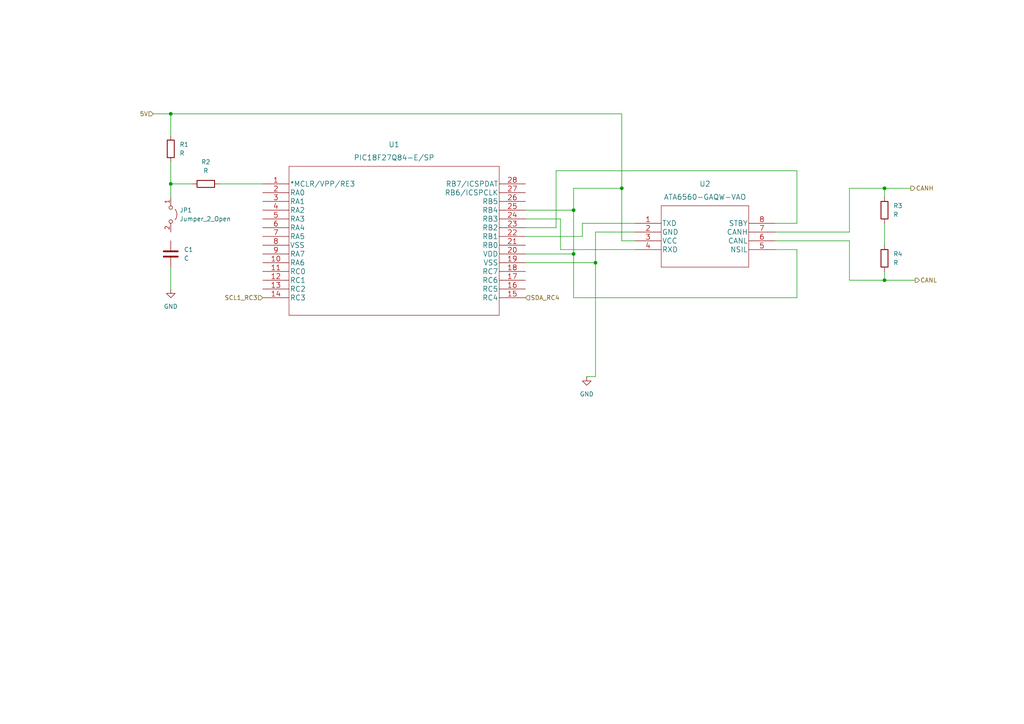
<source format=kicad_sch>
(kicad_sch (version 20211123) (generator eeschema)
  (paper "A4")
  (lib_symbols
    (symbol "ATA6560-GAQW-VAO:ATA6560-GAQW-VAO" (pin_names (offset 0.254))
      (property "Reference" "U" (at 20.32 10.16 0))
      (property "Value" "ATA6560-GAQW-VAO" (at 20.32 7.62 0))
      (symbol "ATA6560-GAQW-VAO_1_1"
        (polyline (pts (xy 7.62 -12.7) (xy 33.02 -12.7)) (stroke (width 0.127)))
        (polyline (pts (xy 7.62 5.08) (xy 7.62 -12.7)) (stroke (width 0.127)))
        (polyline (pts (xy 33.02 -12.7) (xy 33.02 5.08)) (stroke (width 0.127)))
        (polyline (pts (xy 33.02 5.08) (xy 7.62 5.08)) (stroke (width 0.127)))
        (pin input line (at 0 0 0) (length 7.62) (name "TXD") (number "1"))
        (pin power_in line (at 0 -2.54 0) (length 7.62) (name "GND") (number "2"))
        (pin power_in line (at 0 -5.08 0) (length 7.62) (name "VCC") (number "3"))
        (pin output line (at 0 -7.62 0) (length 7.62) (name "RXD") (number "4"))
        (pin input line (at 40.64 -7.62 180) (length 7.62) (name "NSIL") (number "5"))
        (pin bidirectional line (at 40.64 -5.08 180) (length 7.62) (name "CANL") (number "6"))
        (pin bidirectional line (at 40.64 -2.54 180) (length 7.62) (name "CANH") (number "7"))
        (pin input line (at 40.64 0 180) (length 7.62) (name "STBY") (number "8"))
      )
    )
    (symbol "Device:C" (pin_numbers hide) (pin_names (offset 0.254))
      (property "Reference" "C" (at 0.635 2.54 0))
      (property "Value" "C" (at 0.635 -2.54 0))
      (symbol "C_0_1"
        (polyline (pts (xy -2.032 -0.762) (xy 2.032 -0.762)) (stroke (width 0.508)))
        (polyline (pts (xy -2.032 0.762) (xy 2.032 0.762)) (stroke (width 0.508)))
      )
      (symbol "C_1_1"
        (pin passive line (at 0 3.81 270) (length 2.794) (name "~") (number "1"))
        (pin passive line (at 0 -3.81 90) (length 2.794) (name "~") (number "2"))
      )
    )
    (symbol "Device:R" (pin_numbers hide) (pin_names (offset 0))
      (property "Reference" "R" (at 2.032 0 90))
      (property "Value" "R" (at 0 0 90))
      (symbol "R_0_1"
        (rectangle (start -1.016 -2.54) (end 1.016 2.54) (stroke (width 0.254)))
      )
      (symbol "R_1_1"
        (pin passive line (at 0 3.81 270) (length 1.27) (name "~") (number "1"))
        (pin passive line (at 0 -3.81 90) (length 1.27) (name "~") (number "2"))
      )
    )
    (symbol "Jumper:Jumper_2_Open" (pin_names (offset 0) hide)
      (property "Reference" "JP" (at 0 2.794 0))
      (property "Value" "Jumper_2_Open" (at 0 -2.286 0))
      (symbol "Jumper_2_Open_0_0"
        (circle (center -2.032 0) (radius 0.508))
        (circle (center 2.032 0) (radius 0.508))
      )
      (symbol "Jumper_2_Open_0_1"
        (arc (start 1.524 1.27) (mid 0 1.778) (end -1.524 1.27))
      )
      (symbol "Jumper_2_Open_1_1"
        (pin passive line (at -5.08 0 0) (length 2.54) (name "A") (number "1"))
        (pin passive line (at 5.08 0 180) (length 2.54) (name "B") (number "2"))
      )
    )
    (symbol "PIC18F27Q84-E-SP:PIC18F27Q84-E{slash}SP" (pin_names (offset 0.254))
      (property "Reference" "U" (at 38.1 10.16 0))
      (property "Value" "PIC18F27Q84-E{slash}SP" (at 38.1 7.62 0))
      (symbol "PIC18F27Q84-E{slash}SP_1_1"
        (polyline (pts (xy 7.62 -38.1) (xy 68.58 -38.1)) (stroke (width 0.127)))
        (polyline (pts (xy 7.62 5.08) (xy 7.62 -38.1)) (stroke (width 0.127)))
        (polyline (pts (xy 68.58 -38.1) (xy 68.58 5.08)) (stroke (width 0.127)))
        (polyline (pts (xy 68.58 5.08) (xy 7.62 5.08)) (stroke (width 0.127)))
        (pin bidirectional line (at 0 0 0) (length 7.62) (name "*MCLR/VPP/RE3") (number "1"))
        (pin bidirectional line (at 0 -22.86 0) (length 7.62) (name "RA6") (number "10"))
        (pin bidirectional line (at 0 -25.4 0) (length 7.62) (name "RC0") (number "11"))
        (pin bidirectional line (at 0 -27.94 0) (length 7.62) (name "RC1") (number "12"))
        (pin bidirectional line (at 0 -30.48 0) (length 7.62) (name "RC2") (number "13"))
        (pin bidirectional line (at 0 -33.02 0) (length 7.62) (name "RC3") (number "14"))
        (pin bidirectional line (at 76.2 -33.02 180) (length 7.62) (name "RC4") (number "15"))
        (pin bidirectional line (at 76.2 -30.48 180) (length 7.62) (name "RC5") (number "16"))
        (pin bidirectional line (at 76.2 -27.94 180) (length 7.62) (name "RC6") (number "17"))
        (pin bidirectional line (at 76.2 -25.4 180) (length 7.62) (name "RC7") (number "18"))
        (pin power_in line (at 76.2 -22.86 180) (length 7.62) (name "VSS") (number "19"))
        (pin bidirectional line (at 0 -2.54 0) (length 7.62) (name "RA0") (number "2"))
        (pin power_in line (at 76.2 -20.32 180) (length 7.62) (name "VDD") (number "20"))
        (pin bidirectional line (at 76.2 -17.78 180) (length 7.62) (name "RB0") (number "21"))
        (pin bidirectional line (at 76.2 -15.24 180) (length 7.62) (name "RB1") (number "22"))
        (pin bidirectional line (at 76.2 -12.7 180) (length 7.62) (name "RB2") (number "23"))
        (pin bidirectional line (at 76.2 -10.16 180) (length 7.62) (name "RB3") (number "24"))
        (pin bidirectional line (at 76.2 -7.62 180) (length 7.62) (name "RB4") (number "25"))
        (pin bidirectional line (at 76.2 -5.08 180) (length 7.62) (name "RB5") (number "26"))
        (pin bidirectional line (at 76.2 -2.54 180) (length 7.62) (name "RB6/ICSPCLK") (number "27"))
        (pin bidirectional line (at 76.2 0 180) (length 7.62) (name "RB7/ICSPDAT") (number "28"))
        (pin bidirectional line (at 0 -5.08 0) (length 7.62) (name "RA1") (number "3"))
        (pin bidirectional line (at 0 -7.62 0) (length 7.62) (name "RA2") (number "4"))
        (pin bidirectional line (at 0 -10.16 0) (length 7.62) (name "RA3") (number "5"))
        (pin bidirectional line (at 0 -12.7 0) (length 7.62) (name "RA4") (number "6"))
        (pin bidirectional line (at 0 -15.24 0) (length 7.62) (name "RA5") (number "7"))
        (pin power_in line (at 0 -17.78 0) (length 7.62) (name "VSS") (number "8"))
        (pin bidirectional line (at 0 -20.32 0) (length 7.62) (name "RA7") (number "9"))
      )
    )
    (symbol "power:GND" (power) (pin_names (offset 0))
      (property "Value" "GND" (at 0 -3.81 0))
      (symbol "GND_0_1"
        (polyline (pts (xy 0 0) (xy 0 -1.27) (xy 1.27 -1.27) (xy 0 -2.54) (xy -1.27 -1.27) (xy 0 -1.27)))
      )
      (symbol "GND_1_1"
        (pin power_in line (at 0 0 270) (length 0) hide (name "GND") (number "1"))
      )
    )
  )
  (junction (at 166.37 73.66))
  (junction (at 256.54 54.61))
  (junction (at 172.72 76.2))
  (junction (at 49.53 33.02))
  (junction (at 180.34 54.61))
  (junction (at 256.54 81.28))
  (junction (at 49.53 53.34))
  (junction (at 166.37 60.96))
  (wire (pts (xy 172.72 109.22) (xy 170.18 109.22)))
  (wire (pts (xy 152.4 76.2) (xy 172.72 76.2)))
  (wire (pts (xy 49.53 53.34) (xy 55.88 53.34)))
  (wire (pts (xy 162.56 63.5) (xy 162.56 72.39)))
  (wire (pts (xy 246.38 81.28) (xy 256.54 81.28)))
  (wire (pts (xy 172.72 76.2) (xy 172.72 109.22)))
  (wire (pts (xy 49.53 33.02) (xy 180.34 33.02)))
  (wire (pts (xy 180.34 33.02) (xy 180.34 54.61)))
  (wire (pts (xy 152.4 63.5) (xy 162.56 63.5)))
  (wire (pts (xy 231.14 49.53) (xy 231.14 64.77)))
  (wire (pts (xy 49.53 46.99) (xy 49.53 53.34)))
  (wire (pts (xy 166.37 54.61) (xy 180.34 54.61)))
  (wire (pts (xy 256.54 64.77) (xy 256.54 71.12)))
  (wire (pts (xy 168.91 64.77) (xy 184.15 64.77)))
  (wire (pts (xy 246.38 69.85) (xy 246.38 81.28)))
  (wire (pts (xy 168.91 68.58) (xy 168.91 64.77)))
  (wire (pts (xy 63.5 53.34) (xy 76.2 53.34)))
  (wire (pts (xy 256.54 81.28) (xy 265.43 81.28)))
  (wire (pts (xy 180.34 54.61) (xy 180.34 69.85)))
  (wire (pts (xy 49.53 53.34) (xy 49.53 57.15)))
  (wire (pts (xy 166.37 54.61) (xy 166.37 60.96)))
  (wire (pts (xy 166.37 60.96) (xy 166.37 73.66)))
  (wire (pts (xy 231.14 86.36) (xy 231.14 72.39)))
  (wire (pts (xy 152.4 73.66) (xy 166.37 73.66)))
  (wire (pts (xy 246.38 69.85) (xy 224.79 69.85)))
  (wire (pts (xy 49.53 33.02) (xy 49.53 39.37)))
  (wire (pts (xy 49.53 77.47) (xy 49.53 83.82)))
  (wire (pts (xy 231.14 64.77) (xy 224.79 64.77)))
  (wire (pts (xy 152.4 60.96) (xy 166.37 60.96)))
  (wire (pts (xy 152.4 66.04) (xy 161.29 66.04)))
  (wire (pts (xy 224.79 67.31) (xy 246.38 67.31)))
  (wire (pts (xy 231.14 72.39) (xy 224.79 72.39)))
  (wire (pts (xy 184.15 69.85) (xy 180.34 69.85)))
  (wire (pts (xy 161.29 66.04) (xy 161.29 49.53)))
  (wire (pts (xy 166.37 73.66) (xy 166.37 86.36)))
  (wire (pts (xy 162.56 72.39) (xy 184.15 72.39)))
  (wire (pts (xy 246.38 54.61) (xy 256.54 54.61)))
  (wire (pts (xy 184.15 67.31) (xy 172.72 67.31)))
  (wire (pts (xy 161.29 49.53) (xy 231.14 49.53)))
  (wire (pts (xy 172.72 67.31) (xy 172.72 76.2)))
  (wire (pts (xy 246.38 54.61) (xy 246.38 67.31)))
  (wire (pts (xy 44.45 33.02) (xy 49.53 33.02)))
  (wire (pts (xy 256.54 78.74) (xy 256.54 81.28)))
  (wire (pts (xy 166.37 86.36) (xy 231.14 86.36)))
  (wire (pts (xy 256.54 54.61) (xy 256.54 57.15)))
  (wire (pts (xy 152.4 68.58) (xy 168.91 68.58)))
  (wire (pts (xy 256.54 54.61) (xy 264.16 54.61)))
  (hierarchical_label "SDA_RC4" (shape input) (at 152.4 86.36 0))
  (hierarchical_label "SCL1_RC3" (shape input) (at 76.2 86.36 180))
  (hierarchical_label "CANL" (shape output) (at 265.43 81.28 0))
  (hierarchical_label "CANH" (shape output) (at 264.16 54.61 0))
  (hierarchical_label "5V" (shape input) (at 44.45 33.02 180))
  (symbol (lib_id "Device:R") (at 256.54 74.93 0) (unit 1)
    (property "Reference" "R4" (at 259.08 73.6599 0) (effects (justify left)))
    (property "Value" "R" (at 259.08 76.1999 0) (effects (justify left)))
  )
  (symbol (lib_id "ATA6560-GAQW-VAO:ATA6560-GAQW-VAO") (at 184.15 64.77 0) (unit 1)
    (property "Reference" "U2" (at 204.47 53.34 0) (effects (font (size 1.524 1.524))))
    (property "Value" "ATA6560-GAQW-VAO" (at 204.47 57.15 0) (effects (font (size 1.524 1.524))))
    (property "Footprint" "ATA6560-GAQW-VAO:ATA6560-GAQW-VAO" (effects hide))
  )
  (symbol (lib_id "power:GND") (at 170.18 109.22 0) (unit 1)
    (property "Reference" "#PWR0102" (effects hide))
    (property "Value" "GND" (at 170.18 114.3 0))
  )
  (symbol (lib_id "Device:C") (at 49.53 73.66 0) (unit 1)
    (property "Reference" "C1" (at 53.34 72.3899 0) (effects (justify left)))
    (property "Value" "C" (at 53.34 74.9299 0) (effects (justify left)))
  )
  (symbol (lib_id "PIC18F27Q84-E-SP:PIC18F27Q84-E{slash}SP") (at 76.2 53.34 0) (unit 1)
    (property "Reference" "U1" (at 114.3 41.91 0) (effects (font (size 1.524 1.524))))
    (property "Value" "PIC18F27Q84-E/SP" (at 114.3 45.72 0) (effects (font (size 1.524 1.524))))
    (property "Footprint" "PIC18F27Q84-E-SP:PIC18F27Q84-E&slash_SP" (effects hide))
  )
  (symbol (lib_id "power:GND") (at 49.53 83.82 0) (unit 1)
    (property "Reference" "#PWR0103" (effects hide))
    (property "Value" "GND" (at 49.53 88.9 0))
  )
  (symbol (lib_id "Jumper:Jumper_2_Open") (at 49.53 62.23 270) (unit 1)
    (property "Reference" "JP1" (at 52.07 60.9599 90) (effects (justify left)))
    (property "Value" "Jumper_2_Open" (at 52.07 63.4999 90) (effects (justify left)))
  )
  (symbol (lib_id "Device:R") (at 256.54 60.96 0) (unit 1)
    (property "Reference" "R3" (at 259.08 59.6899 0) (effects (justify left)))
    (property "Value" "R" (at 259.08 62.2299 0) (effects (justify left)))
  )
  (symbol (lib_id "Device:R") (at 49.53 43.18 0) (unit 1)
    (property "Reference" "R1" (at 52.07 41.9099 0) (effects (justify left)))
    (property "Value" "R" (at 52.07 44.4499 0) (effects (justify left)))
  )
  (symbol (lib_id "Device:R") (at 59.69 53.34 270) (unit 1)
    (property "Reference" "R2" (at 59.69 46.99 90))
    (property "Value" "R" (at 59.69 49.53 90))
  )
)
</source>
